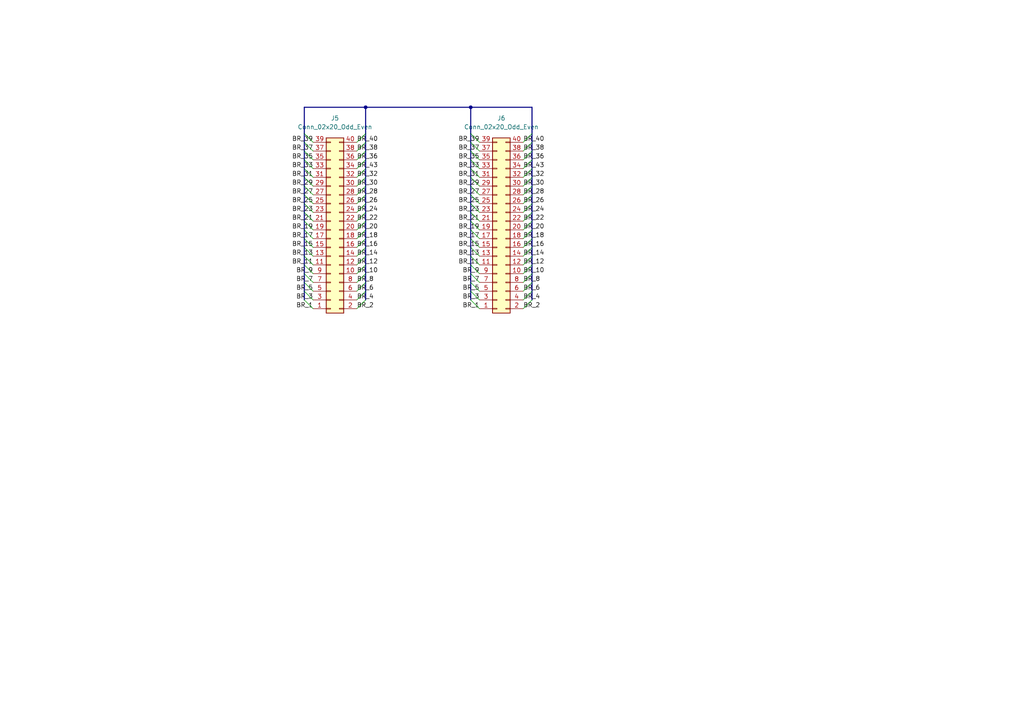
<source format=kicad_sch>
(kicad_sch (version 20211123) (generator eeschema)
  (paper "A4")
  (lib_symbols
    (symbol "Connector_Generic:Conn_02x20_Odd_Even" (pin_names (offset 1.016) hide)
      (property "Reference" "J" (at 1.27 25.4 0))
      (property "Value" "Conn_02x20_Odd_Even" (at 1.27 -27.94 0))
      (symbol "Conn_02x20_Odd_Even_1_1"
        (rectangle (start -1.27 -25.273) (end 0 -25.527) (stroke (width 0.1524)))
        (rectangle (start -1.27 -22.733) (end 0 -22.987) (stroke (width 0.1524)))
        (rectangle (start -1.27 -20.193) (end 0 -20.447) (stroke (width 0.1524)))
        (rectangle (start -1.27 -17.653) (end 0 -17.907) (stroke (width 0.1524)))
        (rectangle (start -1.27 -15.113) (end 0 -15.367) (stroke (width 0.1524)))
        (rectangle (start -1.27 -12.573) (end 0 -12.827) (stroke (width 0.1524)))
        (rectangle (start -1.27 -10.033) (end 0 -10.287) (stroke (width 0.1524)))
        (rectangle (start -1.27 -7.493) (end 0 -7.747) (stroke (width 0.1524)))
        (rectangle (start -1.27 -4.953) (end 0 -5.207) (stroke (width 0.1524)))
        (rectangle (start -1.27 -2.413) (end 0 -2.667) (stroke (width 0.1524)))
        (rectangle (start -1.27 0.127) (end 0 -0.127) (stroke (width 0.1524)))
        (rectangle (start -1.27 2.667) (end 0 2.413) (stroke (width 0.1524)))
        (rectangle (start -1.27 5.207) (end 0 4.953) (stroke (width 0.1524)))
        (rectangle (start -1.27 7.747) (end 0 7.493) (stroke (width 0.1524)))
        (rectangle (start -1.27 10.287) (end 0 10.033) (stroke (width 0.1524)))
        (rectangle (start -1.27 12.827) (end 0 12.573) (stroke (width 0.1524)))
        (rectangle (start -1.27 15.367) (end 0 15.113) (stroke (width 0.1524)))
        (rectangle (start -1.27 17.907) (end 0 17.653) (stroke (width 0.1524)))
        (rectangle (start -1.27 20.447) (end 0 20.193) (stroke (width 0.1524)))
        (rectangle (start -1.27 22.987) (end 0 22.733) (stroke (width 0.1524)))
        (rectangle (start -1.27 24.13) (end 3.81 -26.67) (stroke (width 0.254)) (fill (type background)))
        (rectangle (start 3.81 -25.273) (end 2.54 -25.527) (stroke (width 0.1524)))
        (rectangle (start 3.81 -22.733) (end 2.54 -22.987) (stroke (width 0.1524)))
        (rectangle (start 3.81 -20.193) (end 2.54 -20.447) (stroke (width 0.1524)))
        (rectangle (start 3.81 -17.653) (end 2.54 -17.907) (stroke (width 0.1524)))
        (rectangle (start 3.81 -15.113) (end 2.54 -15.367) (stroke (width 0.1524)))
        (rectangle (start 3.81 -12.573) (end 2.54 -12.827) (stroke (width 0.1524)))
        (rectangle (start 3.81 -10.033) (end 2.54 -10.287) (stroke (width 0.1524)))
        (rectangle (start 3.81 -7.493) (end 2.54 -7.747) (stroke (width 0.1524)))
        (rectangle (start 3.81 -4.953) (end 2.54 -5.207) (stroke (width 0.1524)))
        (rectangle (start 3.81 -2.413) (end 2.54 -2.667) (stroke (width 0.1524)))
        (rectangle (start 3.81 0.127) (end 2.54 -0.127) (stroke (width 0.1524)))
        (rectangle (start 3.81 2.667) (end 2.54 2.413) (stroke (width 0.1524)))
        (rectangle (start 3.81 5.207) (end 2.54 4.953) (stroke (width 0.1524)))
        (rectangle (start 3.81 7.747) (end 2.54 7.493) (stroke (width 0.1524)))
        (rectangle (start 3.81 10.287) (end 2.54 10.033) (stroke (width 0.1524)))
        (rectangle (start 3.81 12.827) (end 2.54 12.573) (stroke (width 0.1524)))
        (rectangle (start 3.81 15.367) (end 2.54 15.113) (stroke (width 0.1524)))
        (rectangle (start 3.81 17.907) (end 2.54 17.653) (stroke (width 0.1524)))
        (rectangle (start 3.81 20.447) (end 2.54 20.193) (stroke (width 0.1524)))
        (rectangle (start 3.81 22.987) (end 2.54 22.733) (stroke (width 0.1524)))
        (pin passive line (at -5.08 22.86 0) (length 3.81) (name "Pin_1") (number "1"))
        (pin passive line (at 7.62 12.7 180) (length 3.81) (name "Pin_10") (number "10"))
        (pin passive line (at -5.08 10.16 0) (length 3.81) (name "Pin_11") (number "11"))
        (pin passive line (at 7.62 10.16 180) (length 3.81) (name "Pin_12") (number "12"))
        (pin passive line (at -5.08 7.62 0) (length 3.81) (name "Pin_13") (number "13"))
        (pin passive line (at 7.62 7.62 180) (length 3.81) (name "Pin_14") (number "14"))
        (pin passive line (at -5.08 5.08 0) (length 3.81) (name "Pin_15") (number "15"))
        (pin passive line (at 7.62 5.08 180) (length 3.81) (name "Pin_16") (number "16"))
        (pin passive line (at -5.08 2.54 0) (length 3.81) (name "Pin_17") (number "17"))
        (pin passive line (at 7.62 2.54 180) (length 3.81) (name "Pin_18") (number "18"))
        (pin passive line (at -5.08 0 0) (length 3.81) (name "Pin_19") (number "19"))
        (pin passive line (at 7.62 22.86 180) (length 3.81) (name "Pin_2") (number "2"))
        (pin passive line (at 7.62 0 180) (length 3.81) (name "Pin_20") (number "20"))
        (pin passive line (at -5.08 -2.54 0) (length 3.81) (name "Pin_21") (number "21"))
        (pin passive line (at 7.62 -2.54 180) (length 3.81) (name "Pin_22") (number "22"))
        (pin passive line (at -5.08 -5.08 0) (length 3.81) (name "Pin_23") (number "23"))
        (pin passive line (at 7.62 -5.08 180) (length 3.81) (name "Pin_24") (number "24"))
        (pin passive line (at -5.08 -7.62 0) (length 3.81) (name "Pin_25") (number "25"))
        (pin passive line (at 7.62 -7.62 180) (length 3.81) (name "Pin_26") (number "26"))
        (pin passive line (at -5.08 -10.16 0) (length 3.81) (name "Pin_27") (number "27"))
        (pin passive line (at 7.62 -10.16 180) (length 3.81) (name "Pin_28") (number "28"))
        (pin passive line (at -5.08 -12.7 0) (length 3.81) (name "Pin_29") (number "29"))
        (pin passive line (at -5.08 20.32 0) (length 3.81) (name "Pin_3") (number "3"))
        (pin passive line (at 7.62 -12.7 180) (length 3.81) (name "Pin_30") (number "30"))
        (pin passive line (at -5.08 -15.24 0) (length 3.81) (name "Pin_31") (number "31"))
        (pin passive line (at 7.62 -15.24 180) (length 3.81) (name "Pin_32") (number "32"))
        (pin passive line (at -5.08 -17.78 0) (length 3.81) (name "Pin_33") (number "33"))
        (pin passive line (at 7.62 -17.78 180) (length 3.81) (name "Pin_34") (number "34"))
        (pin passive line (at -5.08 -20.32 0) (length 3.81) (name "Pin_35") (number "35"))
        (pin passive line (at 7.62 -20.32 180) (length 3.81) (name "Pin_36") (number "36"))
        (pin passive line (at -5.08 -22.86 0) (length 3.81) (name "Pin_37") (number "37"))
        (pin passive line (at 7.62 -22.86 180) (length 3.81) (name "Pin_38") (number "38"))
        (pin passive line (at -5.08 -25.4 0) (length 3.81) (name "Pin_39") (number "39"))
        (pin passive line (at 7.62 20.32 180) (length 3.81) (name "Pin_4") (number "4"))
        (pin passive line (at 7.62 -25.4 180) (length 3.81) (name "Pin_40") (number "40"))
        (pin passive line (at -5.08 17.78 0) (length 3.81) (name "Pin_5") (number "5"))
        (pin passive line (at 7.62 17.78 180) (length 3.81) (name "Pin_6") (number "6"))
        (pin passive line (at -5.08 15.24 0) (length 3.81) (name "Pin_7") (number "7"))
        (pin passive line (at 7.62 15.24 180) (length 3.81) (name "Pin_8") (number "8"))
        (pin passive line (at -5.08 12.7 0) (length 3.81) (name "Pin_9") (number "9"))
      )
    )
  )
  (junction (at 136.525 31.115))
  (junction (at 106.045 31.115))
  (bus_entry (at 136.525 79.375) (size 2.54 2.54))
  (bus_entry (at 136.525 81.915) (size 2.54 2.54))
  (bus_entry (at 151.765 41.275) (size 2.54 -2.54))
  (bus_entry (at 151.765 76.835) (size 2.54 -2.54))
  (bus_entry (at 151.765 51.435) (size 2.54 -2.54))
  (bus_entry (at 151.765 59.055) (size 2.54 -2.54))
  (bus_entry (at 136.525 69.215) (size 2.54 2.54))
  (bus_entry (at 151.765 48.895) (size 2.54 -2.54))
  (bus_entry (at 151.765 69.215) (size 2.54 -2.54))
  (bus_entry (at 136.525 64.135) (size 2.54 2.54))
  (bus_entry (at 136.525 61.595) (size 2.54 2.54))
  (bus_entry (at 88.265 38.735) (size 2.54 2.54))
  (bus_entry (at 151.765 61.595) (size 2.54 -2.54))
  (bus_entry (at 136.525 56.515) (size 2.54 2.54))
  (bus_entry (at 151.765 86.995) (size 2.54 -2.54))
  (bus_entry (at 136.525 74.295) (size 2.54 2.54))
  (bus_entry (at 151.765 56.515) (size 2.54 -2.54))
  (bus_entry (at 136.525 53.975) (size 2.54 2.54))
  (bus_entry (at 136.525 71.755) (size 2.54 2.54))
  (bus_entry (at 151.765 53.975) (size 2.54 -2.54))
  (bus_entry (at 136.525 59.055) (size 2.54 2.54))
  (bus_entry (at 151.765 43.815) (size 2.54 -2.54))
  (bus_entry (at 136.525 51.435) (size 2.54 2.54))
  (bus_entry (at 151.765 84.455) (size 2.54 -2.54))
  (bus_entry (at 136.525 76.835) (size 2.54 2.54))
  (bus_entry (at 136.525 84.455) (size 2.54 2.54))
  (bus_entry (at 151.765 71.755) (size 2.54 -2.54))
  (bus_entry (at 136.525 86.995) (size 2.54 2.54))
  (bus_entry (at 103.505 46.355) (size 2.54 -2.54))
  (bus_entry (at 103.505 53.975) (size 2.54 -2.54))
  (bus_entry (at 103.505 51.435) (size 2.54 -2.54))
  (bus_entry (at 103.505 48.895) (size 2.54 -2.54))
  (bus_entry (at 103.505 61.595) (size 2.54 -2.54))
  (bus_entry (at 103.505 64.135) (size 2.54 -2.54))
  (bus_entry (at 88.265 51.435) (size 2.54 2.54))
  (bus_entry (at 88.265 53.975) (size 2.54 2.54))
  (bus_entry (at 88.265 46.355) (size 2.54 2.54))
  (bus_entry (at 88.265 48.895) (size 2.54 2.54))
  (bus_entry (at 103.505 56.515) (size 2.54 -2.54))
  (bus_entry (at 88.265 56.515) (size 2.54 2.54))
  (bus_entry (at 103.505 41.275) (size 2.54 -2.54))
  (bus_entry (at 103.505 43.815) (size 2.54 -2.54))
  (bus_entry (at 88.265 43.815) (size 2.54 2.54))
  (bus_entry (at 88.265 69.215) (size 2.54 2.54))
  (bus_entry (at 88.265 59.055) (size 2.54 2.54))
  (bus_entry (at 88.265 61.595) (size 2.54 2.54))
  (bus_entry (at 88.265 64.135) (size 2.54 2.54))
  (bus_entry (at 88.265 66.675) (size 2.54 2.54))
  (bus_entry (at 103.505 69.215) (size 2.54 -2.54))
  (bus_entry (at 103.505 66.675) (size 2.54 -2.54))
  (bus_entry (at 103.505 71.755) (size 2.54 -2.54))
  (bus_entry (at 103.505 59.055) (size 2.54 -2.54))
  (bus_entry (at 88.265 79.375) (size 2.54 2.54))
  (bus_entry (at 88.265 81.915) (size 2.54 2.54))
  (bus_entry (at 88.265 84.455) (size 2.54 2.54))
  (bus_entry (at 88.265 86.995) (size 2.54 2.54))
  (bus_entry (at 103.505 81.915) (size 2.54 -2.54))
  (bus_entry (at 103.505 79.375) (size 2.54 -2.54))
  (bus_entry (at 103.505 76.835) (size 2.54 -2.54))
  (bus_entry (at 103.505 74.295) (size 2.54 -2.54))
  (bus_entry (at 103.505 84.455) (size 2.54 -2.54))
  (bus_entry (at 103.505 86.995) (size 2.54 -2.54))
  (bus_entry (at 103.505 89.535) (size 2.54 -2.54))
  (bus_entry (at 88.265 74.295) (size 2.54 2.54))
  (bus_entry (at 88.265 76.835) (size 2.54 2.54))
  (bus_entry (at 88.265 71.755) (size 2.54 2.54))
  (bus_entry (at 136.525 46.355) (size 2.54 2.54))
  (bus_entry (at 151.765 79.375) (size 2.54 -2.54))
  (bus_entry (at 151.765 74.295) (size 2.54 -2.54))
  (bus_entry (at 151.765 46.355) (size 2.54 -2.54))
  (bus_entry (at 151.765 89.535) (size 2.54 -2.54))
  (bus_entry (at 136.525 66.675) (size 2.54 2.54))
  (bus_entry (at 136.525 38.735) (size 2.54 2.54))
  (bus_entry (at 88.265 41.275) (size 2.54 2.54))
  (bus_entry (at 151.765 66.675) (size 2.54 -2.54))
  (bus_entry (at 136.525 41.275) (size 2.54 2.54))
  (bus_entry (at 151.765 81.915) (size 2.54 -2.54))
  (bus_entry (at 136.525 48.895) (size 2.54 2.54))
  (bus_entry (at 151.765 64.135) (size 2.54 -2.54))
  (bus_entry (at 136.525 43.815) (size 2.54 2.54))
  (bus (pts (xy 154.305 59.055) (xy 154.305 61.595)))
  (bus (pts (xy 106.045 71.755) (xy 106.045 74.295)))
  (bus (pts (xy 106.045 76.835) (xy 106.045 79.375)))
  (bus (pts (xy 106.045 31.115) (xy 136.525 31.115)))
  (bus (pts (xy 88.265 48.895) (xy 88.265 51.435)))
  (bus (pts (xy 88.265 76.835) (xy 88.265 79.375)))
  (bus (pts (xy 136.525 66.675) (xy 136.525 69.215)))
  (bus (pts (xy 106.045 69.215) (xy 106.045 71.755)))
  (bus (pts (xy 136.525 31.115) (xy 136.525 38.735)))
  (bus (pts (xy 106.045 81.915) (xy 106.045 84.455)))
  (bus (pts (xy 136.525 41.275) (xy 136.525 43.815)))
  (bus (pts (xy 136.525 84.455) (xy 136.525 86.995)))
  (bus (pts (xy 88.265 81.915) (xy 88.265 84.455)))
  (bus (pts (xy 88.265 38.735) (xy 88.265 41.275)))
  (bus (pts (xy 136.525 81.915) (xy 136.525 84.455)))
  (bus (pts (xy 136.525 51.435) (xy 136.525 53.975)))
  (bus (pts (xy 154.305 31.115) (xy 154.305 38.735)))
  (bus (pts (xy 88.265 84.455) (xy 88.265 86.995)))
  (bus (pts (xy 106.045 41.275) (xy 106.045 43.815)))
  (bus (pts (xy 106.045 56.515) (xy 106.045 59.055)))
  (bus (pts (xy 154.305 38.735) (xy 154.305 41.275)))
  (bus (pts (xy 136.525 59.055) (xy 136.525 61.595)))
  (bus (pts (xy 88.265 31.115) (xy 106.045 31.115)))
  (bus (pts (xy 88.265 59.055) (xy 88.265 61.595)))
  (bus (pts (xy 88.265 51.435) (xy 88.265 53.975)))
  (bus (pts (xy 136.525 31.115) (xy 154.305 31.115)))
  (bus (pts (xy 106.045 48.895) (xy 106.045 51.435)))
  (bus (pts (xy 154.305 53.975) (xy 154.305 56.515)))
  (bus (pts (xy 136.525 76.835) (xy 136.525 79.375)))
  (bus (pts (xy 88.265 53.975) (xy 88.265 56.515)))
  (bus (pts (xy 106.045 66.675) (xy 106.045 69.215)))
  (bus (pts (xy 136.525 53.975) (xy 136.525 56.515)))
  (bus (pts (xy 154.305 51.435) (xy 154.305 53.975)))
  (bus (pts (xy 136.525 71.755) (xy 136.525 74.295)))
  (bus (pts (xy 154.305 43.815) (xy 154.305 46.355)))
  (bus (pts (xy 154.305 79.375) (xy 154.305 81.915)))
  (bus (pts (xy 106.045 84.455) (xy 106.045 86.995)))
  (bus (pts (xy 106.045 31.115) (xy 106.045 38.735)))
  (bus (pts (xy 88.265 46.355) (xy 88.265 48.895)))
  (bus (pts (xy 136.525 74.295) (xy 136.525 76.835)))
  (bus (pts (xy 136.525 38.735) (xy 136.525 41.275)))
  (bus (pts (xy 154.305 41.275) (xy 154.305 43.815)))
  (bus (pts (xy 154.305 48.895) (xy 154.305 51.435)))
  (bus (pts (xy 136.525 43.815) (xy 136.525 46.355)))
  (bus (pts (xy 154.305 69.215) (xy 154.305 71.755)))
  (bus (pts (xy 154.305 84.455) (xy 154.305 86.995)))
  (bus (pts (xy 154.305 61.595) (xy 154.305 64.135)))
  (bus (pts (xy 154.305 56.515) (xy 154.305 59.055)))
  (bus (pts (xy 136.525 79.375) (xy 136.525 81.915)))
  (bus (pts (xy 106.045 51.435) (xy 106.045 53.975)))
  (bus (pts (xy 154.305 66.675) (xy 154.305 69.215)))
  (bus (pts (xy 106.045 43.815) (xy 106.045 46.355)))
  (bus (pts (xy 136.525 48.895) (xy 136.525 51.435)))
  (bus (pts (xy 106.045 59.055) (xy 106.045 61.595)))
  (bus (pts (xy 106.045 38.735) (xy 106.045 41.275)))
  (bus (pts (xy 154.305 74.295) (xy 154.305 76.835)))
  (bus (pts (xy 136.525 64.135) (xy 136.525 66.675)))
  (bus (pts (xy 106.045 46.355) (xy 106.045 48.895)))
  (bus (pts (xy 154.305 71.755) (xy 154.305 74.295)))
  (bus (pts (xy 136.525 46.355) (xy 136.525 48.895)))
  (bus (pts (xy 88.265 71.755) (xy 88.265 74.295)))
  (bus (pts (xy 88.265 61.595) (xy 88.265 64.135)))
  (bus (pts (xy 88.265 31.115) (xy 88.265 38.735)))
  (bus (pts (xy 88.265 56.515) (xy 88.265 59.055)))
  (bus (pts (xy 88.265 69.215) (xy 88.265 71.755)))
  (bus (pts (xy 88.265 41.275) (xy 88.265 43.815)))
  (bus (pts (xy 106.045 53.975) (xy 106.045 56.515)))
  (bus (pts (xy 106.045 74.295) (xy 106.045 76.835)))
  (bus (pts (xy 88.265 66.675) (xy 88.265 69.215)))
  (bus (pts (xy 136.525 61.595) (xy 136.525 64.135)))
  (bus (pts (xy 154.305 64.135) (xy 154.305 66.675)))
  (bus (pts (xy 154.305 46.355) (xy 154.305 48.895)))
  (bus (pts (xy 106.045 64.135) (xy 106.045 66.675)))
  (bus (pts (xy 136.525 56.515) (xy 136.525 59.055)))
  (bus (pts (xy 106.045 61.595) (xy 106.045 64.135)))
  (bus (pts (xy 154.305 81.915) (xy 154.305 84.455)))
  (bus (pts (xy 88.265 64.135) (xy 88.265 66.675)))
  (bus (pts (xy 154.305 76.835) (xy 154.305 79.375)))
  (bus (pts (xy 88.265 74.295) (xy 88.265 76.835)))
  (bus (pts (xy 136.525 69.215) (xy 136.525 71.755)))
  (bus (pts (xy 106.045 79.375) (xy 106.045 81.915)))
  (bus (pts (xy 88.265 43.815) (xy 88.265 46.355)))
  (bus (pts (xy 88.265 79.375) (xy 88.265 81.915)))
  (label "BR_6" (at 151.765 84.455 0))
  (label "BR_37" (at 139.065 43.815 180))
  (label "BR_18" (at 151.765 69.215 0))
  (label "BR_28" (at 103.505 56.515 0))
  (label "BR_1" (at 139.065 89.535 180))
  (label "BR_22" (at 151.765 64.135 0))
  (label "BR_27" (at 90.805 56.515 180))
  (label "BR_11" (at 90.805 76.835 180))
  (label "BR_40" (at 103.505 41.275 0))
  (label "BR_37" (at 90.805 43.815 180))
  (label "BR_8" (at 151.765 81.915 0))
  (label "BR_33" (at 139.065 48.895 180))
  (label "BR_29" (at 90.805 53.975 180))
  (label "BR_32" (at 103.505 51.435 0))
  (label "BR_15" (at 90.805 71.755 180))
  (label "BR_9" (at 139.065 79.375 180))
  (label "BR_35" (at 139.065 46.355 180))
  (label "BR_25" (at 90.805 59.055 180))
  (label "BR_5" (at 90.805 84.455 180))
  (label "BR_14" (at 151.765 74.295 0))
  (label "BR_10" (at 103.505 79.375 0))
  (label "BR_7" (at 139.065 81.915 180))
  (label "BR_19" (at 90.805 66.675 180))
  (label "BR_2" (at 103.505 89.535 0))
  (label "BR_12" (at 151.765 76.835 0))
  (label "BR_38" (at 151.765 43.815 0))
  (label "BR_3" (at 90.805 86.995 180))
  (label "BR_28" (at 151.765 56.515 0))
  (label "BR_23" (at 139.065 61.595 180))
  (label "BR_16" (at 151.765 71.755 0))
  (label "BR_17" (at 90.805 69.215 180))
  (label "BR_14" (at 103.505 74.295 0))
  (label "BR_38" (at 103.505 43.815 0))
  (label "BR_21" (at 90.805 64.135 180))
  (label "BR_39" (at 139.065 41.275 180))
  (label "BR_21" (at 139.065 64.135 180))
  (label "BR_24" (at 151.765 61.595 0))
  (label "BR_17" (at 139.065 69.215 180))
  (label "BR_15" (at 139.065 71.755 180))
  (label "BR_1" (at 90.805 89.535 180))
  (label "BR_13" (at 90.805 74.295 180))
  (label "BR_12" (at 103.505 76.835 0))
  (label "BR_23" (at 90.805 61.595 180))
  (label "BR_36" (at 151.765 46.355 0))
  (label "BR_4" (at 151.765 86.995 0))
  (label "BR_9" (at 90.805 79.375 180))
  (label "BR_8" (at 103.505 81.915 0))
  (label "BR_43" (at 151.765 48.895 0))
  (label "BR_26" (at 151.765 59.055 0))
  (label "BR_32" (at 151.765 51.435 0))
  (label "BR_10" (at 151.765 79.375 0))
  (label "BR_5" (at 139.065 84.455 180))
  (label "BR_40" (at 151.765 41.275 0))
  (label "BR_6" (at 103.505 84.455 0))
  (label "BR_20" (at 103.505 66.675 0))
  (label "BR_31" (at 139.065 51.435 180))
  (label "BR_35" (at 90.805 46.355 180))
  (label "BR_39" (at 90.805 41.275 180))
  (label "BR_19" (at 139.065 66.675 180))
  (label "BR_22" (at 103.505 64.135 0))
  (label "BR_26" (at 103.505 59.055 0))
  (label "BR_29" (at 139.065 53.975 180))
  (label "BR_16" (at 103.505 71.755 0))
  (label "BR_4" (at 103.505 86.995 0))
  (label "BR_30" (at 151.765 53.975 0))
  (label "BR_27" (at 139.065 56.515 180))
  (label "BR_30" (at 103.505 53.975 0))
  (label "BR_20" (at 151.765 66.675 0))
  (label "BR_18" (at 103.505 69.215 0))
  (label "BR_31" (at 90.805 51.435 180))
  (label "BR_33" (at 90.805 48.895 180))
  (label "BR_3" (at 139.065 86.995 180))
  (label "BR_7" (at 90.805 81.915 180))
  (label "BR_43" (at 103.505 48.895 0))
  (label "BR_36" (at 103.505 46.355 0))
  (label "BR_11" (at 139.065 76.835 180))
  (label "BR_25" (at 139.065 59.055 180))
  (label "BR_24" (at 103.505 61.595 0))
  (label "BR_13" (at 139.065 74.295 180))
  (label "BR_2" (at 151.765 89.535 0))
  (symbol (lib_id "Connector_Generic:Conn_02x20_Odd_Even") (at 144.145 66.675 0) (mirror x) (unit 1)
    (property "Reference" "J6" (at 145.415 34.29 0))
    (property "Value" "Conn_02x20_Odd_Even" (at 145.415 36.83 0))
    (property "Footprint" "Connector_PinHeader_2.54mm:PinHeader_2x20_P2.54mm_Vertical" (effects hide))
  )
  (symbol (lib_id "Connector_Generic:Conn_02x20_Odd_Even") (at 95.885 66.675 0) (mirror x) (unit 1)
    (property "Reference" "J5" (at 97.155 34.29 0))
    (property "Value" "Conn_02x20_Odd_Even" (at 97.155 36.83 0))
    (property "Footprint" "Connector_PinHeader_2.54mm:PinHeader_2x20_P2.54mm_Vertical" (effects hide))
  )
)
</source>
